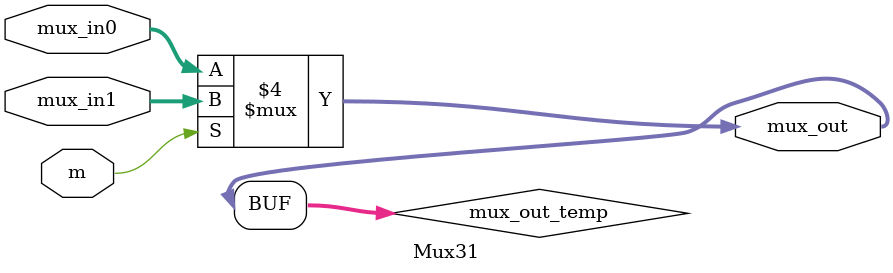
<source format=v>
`timescale 1ns / 1ps
module Mux31(
	input [31:0] mux_in0,  // 4 Î»ÊäÈë a
	input [31:0] mux_in1,  // 4 Î»ÊäÈë b
	input m,  // 1 Î»ÊäÈë£¬µ± s=0 Ê± r µÄÖµµÈÓÚ a£¬s=1 Ê± r µÄÖµµÈÓÚ b
	output [31:0]  mux_out// 4 Î»Êä³ö£¬ÏàÓ¦Î»µÄÖµÓÉ a b s µÄÖµÈ·¶¨
	);

	reg [31:0] mux_out_temp;
	assign mux_out = mux_out_temp;

	always @(mux_in0 or mux_in1 or m) begin
		if (m == 0)
			mux_out_temp = mux_in0;
		else
			mux_out_temp = mux_in1;
	end

endmodule

</source>
